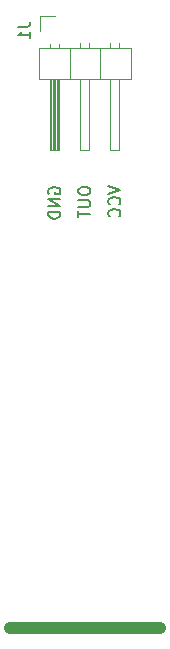
<source format=gbo>
G04 #@! TF.GenerationSoftware,KiCad,Pcbnew,6.0.11-2627ca5db0~126~ubuntu20.04.1*
G04 #@! TF.CreationDate,2023-03-12T13:39:06+01:00*
G04 #@! TF.ProjectId,analog-moist-sensor,616e616c-6f67-42d6-9d6f-6973742d7365,rev?*
G04 #@! TF.SameCoordinates,Original*
G04 #@! TF.FileFunction,Legend,Bot*
G04 #@! TF.FilePolarity,Positive*
%FSLAX46Y46*%
G04 Gerber Fmt 4.6, Leading zero omitted, Abs format (unit mm)*
G04 Created by KiCad (PCBNEW 6.0.11-2627ca5db0~126~ubuntu20.04.1) date 2023-03-12 13:39:06*
%MOMM*%
%LPD*%
G01*
G04 APERTURE LIST*
%ADD10C,1.000000*%
%ADD11C,0.150000*%
%ADD12C,0.120000*%
%ADD13R,1.700000X1.700000*%
%ADD14O,1.700000X1.700000*%
G04 APERTURE END LIST*
D10*
X100330000Y-81026000D02*
X113030000Y-81026000D01*
D11*
X103640000Y-44293404D02*
X103592380Y-44198166D01*
X103592380Y-44055309D01*
X103640000Y-43912452D01*
X103735238Y-43817214D01*
X103830476Y-43769595D01*
X104020952Y-43721976D01*
X104163809Y-43721976D01*
X104354285Y-43769595D01*
X104449523Y-43817214D01*
X104544761Y-43912452D01*
X104592380Y-44055309D01*
X104592380Y-44150547D01*
X104544761Y-44293404D01*
X104497142Y-44341023D01*
X104163809Y-44341023D01*
X104163809Y-44150547D01*
X104592380Y-44769595D02*
X103592380Y-44769595D01*
X104592380Y-45341023D01*
X103592380Y-45341023D01*
X104592380Y-45817214D02*
X103592380Y-45817214D01*
X103592380Y-46055309D01*
X103640000Y-46198166D01*
X103735238Y-46293404D01*
X103830476Y-46341023D01*
X104020952Y-46388642D01*
X104163809Y-46388642D01*
X104354285Y-46341023D01*
X104449523Y-46293404D01*
X104544761Y-46198166D01*
X104592380Y-46055309D01*
X104592380Y-45817214D01*
X106132380Y-43960071D02*
X106132380Y-44150547D01*
X106180000Y-44245785D01*
X106275238Y-44341023D01*
X106465714Y-44388642D01*
X106799047Y-44388642D01*
X106989523Y-44341023D01*
X107084761Y-44245785D01*
X107132380Y-44150547D01*
X107132380Y-43960071D01*
X107084761Y-43864833D01*
X106989523Y-43769595D01*
X106799047Y-43721976D01*
X106465714Y-43721976D01*
X106275238Y-43769595D01*
X106180000Y-43864833D01*
X106132380Y-43960071D01*
X106132380Y-44817214D02*
X106941904Y-44817214D01*
X107037142Y-44864833D01*
X107084761Y-44912452D01*
X107132380Y-45007690D01*
X107132380Y-45198166D01*
X107084761Y-45293404D01*
X107037142Y-45341023D01*
X106941904Y-45388642D01*
X106132380Y-45388642D01*
X106132380Y-45721976D02*
X106132380Y-46293404D01*
X107132380Y-46007690D02*
X106132380Y-46007690D01*
X108672380Y-43626738D02*
X109672380Y-43960071D01*
X108672380Y-44293404D01*
X109577142Y-45198166D02*
X109624761Y-45150547D01*
X109672380Y-45007690D01*
X109672380Y-44912452D01*
X109624761Y-44769595D01*
X109529523Y-44674357D01*
X109434285Y-44626738D01*
X109243809Y-44579119D01*
X109100952Y-44579119D01*
X108910476Y-44626738D01*
X108815238Y-44674357D01*
X108720000Y-44769595D01*
X108672380Y-44912452D01*
X108672380Y-45007690D01*
X108720000Y-45150547D01*
X108767619Y-45198166D01*
X109577142Y-46198166D02*
X109624761Y-46150547D01*
X109672380Y-46007690D01*
X109672380Y-45912452D01*
X109624761Y-45769595D01*
X109529523Y-45674357D01*
X109434285Y-45626738D01*
X109243809Y-45579119D01*
X109100952Y-45579119D01*
X108910476Y-45626738D01*
X108815238Y-45674357D01*
X108720000Y-45769595D01*
X108672380Y-45912452D01*
X108672380Y-46007690D01*
X108720000Y-46150547D01*
X108767619Y-46198166D01*
X101052380Y-30146666D02*
X101766666Y-30146666D01*
X101909523Y-30099047D01*
X102004761Y-30003809D01*
X102052380Y-29860952D01*
X102052380Y-29765714D01*
X102052380Y-31146666D02*
X102052380Y-30575238D01*
X102052380Y-30860952D02*
X101052380Y-30860952D01*
X101195238Y-30765714D01*
X101290476Y-30670476D01*
X101338095Y-30575238D01*
D12*
X103760000Y-34580000D02*
X103760000Y-40580000D01*
X107060000Y-31522929D02*
X107060000Y-31920000D01*
X108840000Y-34580000D02*
X108840000Y-40580000D01*
X109600000Y-40580000D02*
X109600000Y-34580000D01*
X110550000Y-31920000D02*
X110550000Y-34580000D01*
X104520000Y-40580000D02*
X104520000Y-34580000D01*
X108840000Y-40580000D02*
X109600000Y-40580000D01*
X105410000Y-31920000D02*
X105410000Y-34580000D01*
X104520000Y-31590000D02*
X104520000Y-31920000D01*
X104140000Y-29210000D02*
X102870000Y-29210000D01*
X104060000Y-34580000D02*
X104060000Y-40580000D01*
X103820000Y-34580000D02*
X103820000Y-40580000D01*
X106300000Y-31522929D02*
X106300000Y-31920000D01*
X107950000Y-31920000D02*
X107950000Y-34580000D01*
X103940000Y-34580000D02*
X103940000Y-40580000D01*
X102810000Y-31920000D02*
X110550000Y-31920000D01*
X104420000Y-34580000D02*
X104420000Y-40580000D01*
X104180000Y-34580000D02*
X104180000Y-40580000D01*
X103760000Y-40580000D02*
X104520000Y-40580000D01*
X106300000Y-34580000D02*
X106300000Y-40580000D01*
X106300000Y-40580000D02*
X107060000Y-40580000D01*
X103760000Y-31590000D02*
X103760000Y-31920000D01*
X108840000Y-31522929D02*
X108840000Y-31920000D01*
X102870000Y-29210000D02*
X102870000Y-30480000D01*
X110550000Y-34580000D02*
X102810000Y-34580000D01*
X109600000Y-31522929D02*
X109600000Y-31920000D01*
X104300000Y-34580000D02*
X104300000Y-40580000D01*
X107060000Y-40580000D02*
X107060000Y-34580000D01*
X102810000Y-34580000D02*
X102810000Y-31920000D01*
%LPC*%
D13*
X104140000Y-30480000D03*
D14*
X106680000Y-30480000D03*
X109220000Y-30480000D03*
M02*

</source>
